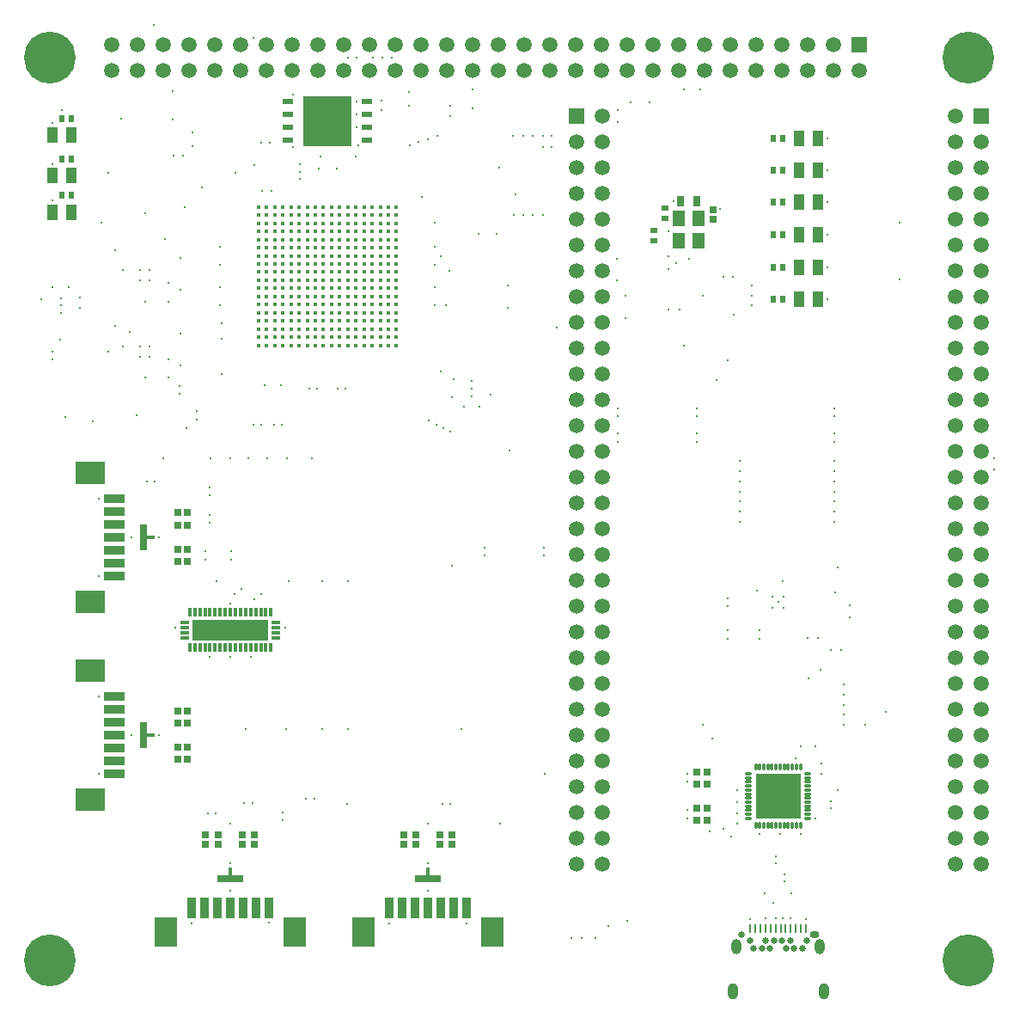
<source format=gts>
G04 Layer_Color=8388736*
%FSLAX25Y25*%
%MOIN*%
G70*
G01*
G75*
%ADD13R,0.07874X0.03543*%
%ADD14R,0.03543X0.07874*%
%ADD15R,0.01142X0.03543*%
%ADD24R,0.02165X0.01575*%
%ADD25R,0.02165X0.01181*%
%ADD27R,0.01575X0.02165*%
%ADD28R,0.01181X0.02165*%
%ADD29R,0.29724X0.08071*%
%ADD44R,0.05905X0.05905*%
%ADD45C,0.05905*%
%ADD46R,0.05905X0.05905*%
%ADD47R,0.11811X0.08661*%
%ADD48R,0.08661X0.11811*%
%ADD49O,0.03937X0.06299*%
%ADD50O,0.03740X0.02559*%
%ADD51C,0.02559*%
%ADD52O,0.03937X0.05905*%
%ADD101R,0.02953X0.09842*%
%ADD102R,0.03386X0.01772*%
%ADD103R,0.09842X0.02953*%
%ADD104R,0.01772X0.03386*%
%ADD105R,0.02913X0.02756*%
%ADD106R,0.02756X0.02913*%
%ADD107R,0.04331X0.05905*%
%ADD108R,0.02677X0.04095*%
%ADD109R,0.02559X0.02362*%
%ADD110R,0.02362X0.02559*%
%ADD111R,0.05118X0.05905*%
%ADD112R,0.03937X0.01968*%
%ADD113R,0.18701X0.19291*%
%ADD114C,0.01614*%
%ADD115O,0.03661X0.01496*%
%ADD116O,0.01496X0.03661*%
G04:AMPARAMS|DCode=117|XSize=11.02mil|YSize=28.74mil|CornerRadius=3.54mil|HoleSize=0mil|Usage=FLASHONLY|Rotation=90.000|XOffset=0mil|YOffset=0mil|HoleType=Round|Shape=RoundedRectangle|*
%AMROUNDEDRECTD117*
21,1,0.01102,0.02165,0,0,90.0*
21,1,0.00394,0.02874,0,0,90.0*
1,1,0.00709,0.01083,0.00197*
1,1,0.00709,0.01083,-0.00197*
1,1,0.00709,-0.01083,-0.00197*
1,1,0.00709,-0.01083,0.00197*
%
%ADD117ROUNDEDRECTD117*%
G04:AMPARAMS|DCode=118|XSize=11.02mil|YSize=28.74mil|CornerRadius=3.54mil|HoleSize=0mil|Usage=FLASHONLY|Rotation=0.000|XOffset=0mil|YOffset=0mil|HoleType=Round|Shape=RoundedRectangle|*
%AMROUNDEDRECTD118*
21,1,0.01102,0.02165,0,0,0.0*
21,1,0.00394,0.02874,0,0,0.0*
1,1,0.00709,0.00197,-0.01083*
1,1,0.00709,-0.00197,-0.01083*
1,1,0.00709,-0.00197,0.01083*
1,1,0.00709,0.00197,0.01083*
%
%ADD118ROUNDEDRECTD118*%
G04:AMPARAMS|DCode=119|XSize=174.8mil|YSize=174.8mil|CornerRadius=4.45mil|HoleSize=0mil|Usage=FLASHONLY|Rotation=0.000|XOffset=0mil|YOffset=0mil|HoleType=Round|Shape=RoundedRectangle|*
%AMROUNDEDRECTD119*
21,1,0.17480,0.16590,0,0,0.0*
21,1,0.16590,0.17480,0,0,0.0*
1,1,0.00890,0.08295,-0.08295*
1,1,0.00890,-0.08295,-0.08295*
1,1,0.00890,-0.08295,0.08295*
1,1,0.00890,0.08295,0.08295*
%
%ADD119ROUNDEDRECTD119*%
%ADD120C,0.20079*%
%ADD121C,0.00787*%
%ADD122C,0.01181*%
D13*
X242350Y501224D02*
D03*
Y496224D02*
D03*
Y491224D02*
D03*
Y486224D02*
D03*
Y481224D02*
D03*
Y476224D02*
D03*
Y471224D02*
D03*
Y424453D02*
D03*
Y419453D02*
D03*
Y414453D02*
D03*
Y409453D02*
D03*
Y404453D02*
D03*
Y399453D02*
D03*
Y394453D02*
D03*
D14*
X272398Y342350D02*
D03*
X277398D02*
D03*
X282398D02*
D03*
X287398D02*
D03*
X292398D02*
D03*
X297398D02*
D03*
X302398D02*
D03*
X349169D02*
D03*
X354169D02*
D03*
X359169D02*
D03*
X364169D02*
D03*
X369169D02*
D03*
X374169D02*
D03*
X379169D02*
D03*
D15*
X489173Y334488D02*
D03*
X491142D02*
D03*
X493110D02*
D03*
X495079D02*
D03*
X497047D02*
D03*
X499016D02*
D03*
X500984D02*
D03*
X502953D02*
D03*
X504921D02*
D03*
X506890D02*
D03*
X508858D02*
D03*
X510827D02*
D03*
D24*
X256634Y486221D02*
D03*
X253602D02*
D03*
X256634Y409449D02*
D03*
X253602D02*
D03*
D25*
Y482283D02*
D03*
Y484252D02*
D03*
Y488189D02*
D03*
Y490158D02*
D03*
Y405512D02*
D03*
Y407480D02*
D03*
Y411417D02*
D03*
Y413386D02*
D03*
D27*
X287402Y356634D02*
D03*
Y353602D02*
D03*
X364173Y356634D02*
D03*
Y353602D02*
D03*
D28*
X291339D02*
D03*
X289370D02*
D03*
X285433D02*
D03*
X283465D02*
D03*
X368110D02*
D03*
X366142D02*
D03*
X362205D02*
D03*
X360236D02*
D03*
D29*
X287500Y450197D02*
D03*
D44*
X421654Y649606D02*
D03*
X578740D02*
D03*
D45*
X421654Y639606D02*
D03*
Y629606D02*
D03*
Y619606D02*
D03*
Y609606D02*
D03*
Y599606D02*
D03*
Y589606D02*
D03*
Y579606D02*
D03*
Y569606D02*
D03*
Y559606D02*
D03*
Y549606D02*
D03*
Y539606D02*
D03*
Y529606D02*
D03*
Y519606D02*
D03*
Y509606D02*
D03*
Y499606D02*
D03*
Y489606D02*
D03*
Y479606D02*
D03*
Y469606D02*
D03*
Y459606D02*
D03*
Y449606D02*
D03*
Y439606D02*
D03*
Y429606D02*
D03*
Y419606D02*
D03*
Y409606D02*
D03*
Y399606D02*
D03*
Y389606D02*
D03*
Y379606D02*
D03*
Y369606D02*
D03*
Y359606D02*
D03*
X431653Y649606D02*
D03*
Y639606D02*
D03*
Y629606D02*
D03*
Y619606D02*
D03*
Y609606D02*
D03*
Y599606D02*
D03*
Y589606D02*
D03*
Y579606D02*
D03*
Y569606D02*
D03*
Y559606D02*
D03*
Y549606D02*
D03*
Y539606D02*
D03*
Y529606D02*
D03*
Y519606D02*
D03*
Y509606D02*
D03*
Y499606D02*
D03*
Y489606D02*
D03*
Y479606D02*
D03*
Y469606D02*
D03*
Y459606D02*
D03*
Y449606D02*
D03*
Y439606D02*
D03*
Y429606D02*
D03*
Y419606D02*
D03*
Y409606D02*
D03*
Y399606D02*
D03*
Y389606D02*
D03*
Y379606D02*
D03*
Y369606D02*
D03*
Y359606D02*
D03*
X521496Y677165D02*
D03*
X511496D02*
D03*
X501496D02*
D03*
X491496D02*
D03*
X481496D02*
D03*
X471496D02*
D03*
X461496D02*
D03*
X451496D02*
D03*
X441496D02*
D03*
X431496D02*
D03*
X421496D02*
D03*
X411496D02*
D03*
X401496D02*
D03*
X391496D02*
D03*
X381496D02*
D03*
X371496D02*
D03*
X361496D02*
D03*
X351496D02*
D03*
X341496D02*
D03*
X331496D02*
D03*
X321496D02*
D03*
X311496D02*
D03*
X301496D02*
D03*
X291496D02*
D03*
X281496D02*
D03*
X271496D02*
D03*
X261496D02*
D03*
X251496D02*
D03*
X241496D02*
D03*
X531496Y667165D02*
D03*
X521496D02*
D03*
X511496D02*
D03*
X501496D02*
D03*
X491496D02*
D03*
X481496D02*
D03*
X471496D02*
D03*
X461496D02*
D03*
X451496D02*
D03*
X441496D02*
D03*
X431496D02*
D03*
X421496D02*
D03*
X411496D02*
D03*
X401496D02*
D03*
X391496D02*
D03*
X381496D02*
D03*
X371496D02*
D03*
X361496D02*
D03*
X351496D02*
D03*
X341496D02*
D03*
X331496D02*
D03*
X321496D02*
D03*
X311496D02*
D03*
X301496D02*
D03*
X291496D02*
D03*
X281496D02*
D03*
X271496D02*
D03*
X261496D02*
D03*
X251496D02*
D03*
X241496D02*
D03*
X578740Y639606D02*
D03*
Y629606D02*
D03*
Y619606D02*
D03*
Y609606D02*
D03*
Y599606D02*
D03*
Y589606D02*
D03*
Y579606D02*
D03*
Y569606D02*
D03*
Y559606D02*
D03*
Y549606D02*
D03*
Y539606D02*
D03*
Y529606D02*
D03*
Y519606D02*
D03*
Y509606D02*
D03*
Y499606D02*
D03*
Y489606D02*
D03*
Y479606D02*
D03*
Y469606D02*
D03*
Y459606D02*
D03*
Y449606D02*
D03*
Y439606D02*
D03*
Y429606D02*
D03*
Y419606D02*
D03*
Y409606D02*
D03*
Y399606D02*
D03*
Y389606D02*
D03*
Y379606D02*
D03*
Y369606D02*
D03*
Y359606D02*
D03*
X568740Y649606D02*
D03*
Y639606D02*
D03*
Y629606D02*
D03*
Y619606D02*
D03*
Y609606D02*
D03*
Y599606D02*
D03*
Y589606D02*
D03*
Y579606D02*
D03*
Y569606D02*
D03*
Y559606D02*
D03*
Y549606D02*
D03*
Y539606D02*
D03*
Y529606D02*
D03*
Y519606D02*
D03*
Y509606D02*
D03*
Y499606D02*
D03*
Y489606D02*
D03*
Y479606D02*
D03*
Y469606D02*
D03*
Y459606D02*
D03*
Y449606D02*
D03*
Y439606D02*
D03*
Y429606D02*
D03*
Y419606D02*
D03*
Y409606D02*
D03*
Y399606D02*
D03*
Y389606D02*
D03*
Y379606D02*
D03*
Y369606D02*
D03*
Y359606D02*
D03*
D46*
X531496Y677165D02*
D03*
D47*
X233059Y511303D02*
D03*
Y461146D02*
D03*
Y434531D02*
D03*
Y384374D02*
D03*
D48*
X262319Y333059D02*
D03*
X312476D02*
D03*
X339090D02*
D03*
X389248D02*
D03*
D49*
X517677Y310079D02*
D03*
X482323D02*
D03*
D50*
X514173Y332283D02*
D03*
D51*
X488976Y329724D02*
D03*
X495276D02*
D03*
X498425D02*
D03*
X501575D02*
D03*
X504724D02*
D03*
X511024D02*
D03*
X490551Y326969D02*
D03*
X493701D02*
D03*
X496850D02*
D03*
X503150D02*
D03*
X506299D02*
D03*
X509449D02*
D03*
X485827Y332283D02*
D03*
D52*
X483740Y327362D02*
D03*
X516260D02*
D03*
D101*
X253642Y486221D02*
D03*
Y409449D02*
D03*
D102*
X256378Y486221D02*
D03*
Y409449D02*
D03*
D103*
X287402Y353642D02*
D03*
X364173D02*
D03*
D104*
X287402Y356378D02*
D03*
X364173D02*
D03*
D105*
X474803Y613307D02*
D03*
Y609528D02*
D03*
X296850Y367008D02*
D03*
Y370787D02*
D03*
X292126Y367008D02*
D03*
Y370787D02*
D03*
X282677Y367008D02*
D03*
Y370787D02*
D03*
X277953Y367008D02*
D03*
Y370787D02*
D03*
X373622Y367008D02*
D03*
Y370787D02*
D03*
X368898Y367008D02*
D03*
Y370787D02*
D03*
X359449Y367008D02*
D03*
Y370787D02*
D03*
X354724Y367008D02*
D03*
Y370787D02*
D03*
D106*
X267008Y476772D02*
D03*
X270787D02*
D03*
X267008Y481496D02*
D03*
X270787D02*
D03*
X267008Y490945D02*
D03*
X270787D02*
D03*
X267008Y495669D02*
D03*
X270787D02*
D03*
X267008Y400000D02*
D03*
X270787D02*
D03*
X267008Y404724D02*
D03*
X270787D02*
D03*
X267008Y414173D02*
D03*
X270787D02*
D03*
X267008Y418898D02*
D03*
X270787D02*
D03*
X468583Y395276D02*
D03*
X472362D02*
D03*
X468583Y390551D02*
D03*
X472362D02*
D03*
X468583Y376378D02*
D03*
X472362D02*
D03*
X468583Y381102D02*
D03*
X472362D02*
D03*
D107*
X225689Y642126D02*
D03*
X218406D02*
D03*
X225689Y612205D02*
D03*
X218406D02*
D03*
X225689Y626378D02*
D03*
X218406D02*
D03*
X508169Y590945D02*
D03*
X515453D02*
D03*
X508169Y628346D02*
D03*
X515453D02*
D03*
X508169Y603543D02*
D03*
X515453D02*
D03*
X508169Y640945D02*
D03*
X515453D02*
D03*
X508169Y578346D02*
D03*
X515453D02*
D03*
X508169Y616142D02*
D03*
X515453D02*
D03*
D108*
X462244Y616535D02*
D03*
X468465D02*
D03*
D109*
X456299Y609941D02*
D03*
Y613681D02*
D03*
X451968Y601279D02*
D03*
Y605020D02*
D03*
D110*
X222146Y648425D02*
D03*
X225886D02*
D03*
X222146Y618898D02*
D03*
X225886D02*
D03*
X222146Y632677D02*
D03*
X225886D02*
D03*
X498130Y590945D02*
D03*
X501870D02*
D03*
X498130Y628346D02*
D03*
X501870D02*
D03*
X498130Y603543D02*
D03*
X501870D02*
D03*
X498130Y640945D02*
D03*
X501870D02*
D03*
X498130Y578346D02*
D03*
X501870D02*
D03*
X498130Y616142D02*
D03*
X501870D02*
D03*
D111*
X461614Y601181D02*
D03*
Y609842D02*
D03*
X469095Y601181D02*
D03*
Y609842D02*
D03*
D112*
X309882Y655138D02*
D03*
Y650138D02*
D03*
Y645138D02*
D03*
Y640138D02*
D03*
X340512Y655138D02*
D03*
Y650138D02*
D03*
Y645138D02*
D03*
Y640138D02*
D03*
D113*
X325197Y647638D02*
D03*
D114*
X351969Y614173D02*
D03*
Y611024D02*
D03*
Y607874D02*
D03*
Y604725D02*
D03*
Y601575D02*
D03*
Y598425D02*
D03*
Y595276D02*
D03*
Y592126D02*
D03*
Y588976D02*
D03*
Y585827D02*
D03*
Y582677D02*
D03*
Y579528D02*
D03*
Y576378D02*
D03*
Y573228D02*
D03*
Y570079D02*
D03*
Y566929D02*
D03*
Y563780D02*
D03*
Y560630D02*
D03*
X348819Y614173D02*
D03*
Y611024D02*
D03*
Y607874D02*
D03*
Y604725D02*
D03*
Y601575D02*
D03*
Y598425D02*
D03*
Y595276D02*
D03*
Y592126D02*
D03*
Y588976D02*
D03*
Y585827D02*
D03*
Y582677D02*
D03*
Y579528D02*
D03*
Y576378D02*
D03*
Y573228D02*
D03*
Y570079D02*
D03*
Y566929D02*
D03*
Y563780D02*
D03*
Y560630D02*
D03*
X345669Y614173D02*
D03*
Y611024D02*
D03*
Y607874D02*
D03*
Y604725D02*
D03*
Y601575D02*
D03*
Y598425D02*
D03*
Y595276D02*
D03*
Y592126D02*
D03*
Y588976D02*
D03*
Y585827D02*
D03*
Y582677D02*
D03*
Y579528D02*
D03*
Y576378D02*
D03*
Y573228D02*
D03*
Y570079D02*
D03*
Y566929D02*
D03*
Y563780D02*
D03*
Y560630D02*
D03*
X342520Y614173D02*
D03*
Y611024D02*
D03*
Y607874D02*
D03*
Y604725D02*
D03*
Y601575D02*
D03*
Y598425D02*
D03*
Y595276D02*
D03*
Y592126D02*
D03*
Y588976D02*
D03*
Y585827D02*
D03*
Y582677D02*
D03*
Y579528D02*
D03*
Y576378D02*
D03*
Y573228D02*
D03*
Y570079D02*
D03*
Y566929D02*
D03*
Y563780D02*
D03*
Y560630D02*
D03*
X339370Y614173D02*
D03*
Y611024D02*
D03*
Y607874D02*
D03*
Y604725D02*
D03*
Y601575D02*
D03*
Y598425D02*
D03*
Y595276D02*
D03*
Y592126D02*
D03*
Y588976D02*
D03*
Y585827D02*
D03*
Y582677D02*
D03*
Y579528D02*
D03*
Y576378D02*
D03*
Y573228D02*
D03*
Y570079D02*
D03*
Y566929D02*
D03*
Y563780D02*
D03*
Y560630D02*
D03*
X336221Y614173D02*
D03*
Y611024D02*
D03*
Y607874D02*
D03*
Y604725D02*
D03*
Y601575D02*
D03*
Y598425D02*
D03*
Y595276D02*
D03*
Y592126D02*
D03*
Y588976D02*
D03*
Y585827D02*
D03*
Y582677D02*
D03*
Y579528D02*
D03*
Y576378D02*
D03*
Y573228D02*
D03*
Y570079D02*
D03*
Y566929D02*
D03*
Y563780D02*
D03*
Y560630D02*
D03*
X333071Y614173D02*
D03*
Y611024D02*
D03*
Y607874D02*
D03*
Y604725D02*
D03*
Y601575D02*
D03*
Y598425D02*
D03*
Y595276D02*
D03*
Y592126D02*
D03*
Y588976D02*
D03*
Y585827D02*
D03*
Y582677D02*
D03*
Y579528D02*
D03*
Y576378D02*
D03*
Y573228D02*
D03*
Y570079D02*
D03*
Y566929D02*
D03*
Y563780D02*
D03*
Y560630D02*
D03*
X329921Y614173D02*
D03*
Y611024D02*
D03*
Y607874D02*
D03*
Y604725D02*
D03*
Y601575D02*
D03*
Y598425D02*
D03*
Y595276D02*
D03*
Y592126D02*
D03*
Y588976D02*
D03*
Y585827D02*
D03*
Y582677D02*
D03*
Y579528D02*
D03*
Y576378D02*
D03*
Y573228D02*
D03*
Y570079D02*
D03*
Y566929D02*
D03*
Y563780D02*
D03*
Y560630D02*
D03*
X326772Y614173D02*
D03*
Y611024D02*
D03*
Y607874D02*
D03*
Y604725D02*
D03*
Y601575D02*
D03*
Y598425D02*
D03*
Y595276D02*
D03*
Y592126D02*
D03*
Y588976D02*
D03*
Y585827D02*
D03*
Y582677D02*
D03*
Y579528D02*
D03*
Y576378D02*
D03*
Y573228D02*
D03*
Y570079D02*
D03*
Y566929D02*
D03*
Y563780D02*
D03*
Y560630D02*
D03*
X323622Y614173D02*
D03*
Y611024D02*
D03*
Y607874D02*
D03*
Y604725D02*
D03*
Y601575D02*
D03*
Y598425D02*
D03*
Y595276D02*
D03*
Y592126D02*
D03*
Y588976D02*
D03*
Y585827D02*
D03*
Y582677D02*
D03*
Y579528D02*
D03*
Y576378D02*
D03*
Y573228D02*
D03*
Y570079D02*
D03*
Y566929D02*
D03*
Y563780D02*
D03*
Y560630D02*
D03*
X320472Y614173D02*
D03*
Y611024D02*
D03*
Y607874D02*
D03*
Y604725D02*
D03*
Y601575D02*
D03*
Y598425D02*
D03*
Y595276D02*
D03*
Y592126D02*
D03*
Y588976D02*
D03*
Y585827D02*
D03*
Y582677D02*
D03*
Y579528D02*
D03*
Y576378D02*
D03*
Y573228D02*
D03*
Y570079D02*
D03*
Y566929D02*
D03*
Y563780D02*
D03*
Y560630D02*
D03*
X317323Y614173D02*
D03*
Y611024D02*
D03*
Y607874D02*
D03*
Y604725D02*
D03*
Y601575D02*
D03*
Y598425D02*
D03*
Y595276D02*
D03*
Y592126D02*
D03*
Y588976D02*
D03*
Y585827D02*
D03*
Y582677D02*
D03*
Y579528D02*
D03*
Y576378D02*
D03*
Y573228D02*
D03*
Y570079D02*
D03*
Y566929D02*
D03*
Y563780D02*
D03*
Y560630D02*
D03*
X314173Y614173D02*
D03*
Y611024D02*
D03*
Y607874D02*
D03*
Y604725D02*
D03*
Y601575D02*
D03*
Y598425D02*
D03*
Y595276D02*
D03*
Y592126D02*
D03*
Y588976D02*
D03*
Y585827D02*
D03*
Y582677D02*
D03*
Y579528D02*
D03*
Y576378D02*
D03*
Y573228D02*
D03*
Y570079D02*
D03*
Y566929D02*
D03*
Y563780D02*
D03*
Y560630D02*
D03*
X311024Y614173D02*
D03*
Y611024D02*
D03*
Y607874D02*
D03*
Y604725D02*
D03*
Y601575D02*
D03*
Y598425D02*
D03*
Y595276D02*
D03*
Y592126D02*
D03*
Y588976D02*
D03*
Y585827D02*
D03*
Y582677D02*
D03*
Y579528D02*
D03*
Y576378D02*
D03*
Y573228D02*
D03*
Y570079D02*
D03*
Y566929D02*
D03*
Y563780D02*
D03*
Y560630D02*
D03*
X307874Y614173D02*
D03*
Y611024D02*
D03*
Y607874D02*
D03*
Y604725D02*
D03*
Y601575D02*
D03*
Y598425D02*
D03*
Y595276D02*
D03*
Y592126D02*
D03*
Y588976D02*
D03*
Y585827D02*
D03*
Y582677D02*
D03*
Y579528D02*
D03*
Y576378D02*
D03*
Y573228D02*
D03*
Y570079D02*
D03*
Y566929D02*
D03*
Y563780D02*
D03*
Y560630D02*
D03*
X304724Y614173D02*
D03*
Y611024D02*
D03*
Y607874D02*
D03*
Y604725D02*
D03*
Y601575D02*
D03*
Y598425D02*
D03*
Y595276D02*
D03*
Y592126D02*
D03*
Y588976D02*
D03*
Y585827D02*
D03*
Y582677D02*
D03*
Y579528D02*
D03*
Y576378D02*
D03*
Y573228D02*
D03*
Y570079D02*
D03*
Y566929D02*
D03*
Y563780D02*
D03*
Y560630D02*
D03*
X301575Y614173D02*
D03*
Y611024D02*
D03*
Y607874D02*
D03*
Y604725D02*
D03*
Y601575D02*
D03*
Y598425D02*
D03*
Y595276D02*
D03*
Y592126D02*
D03*
Y588976D02*
D03*
Y585827D02*
D03*
Y582677D02*
D03*
Y579528D02*
D03*
Y576378D02*
D03*
Y573228D02*
D03*
Y570079D02*
D03*
Y566929D02*
D03*
Y563780D02*
D03*
Y560630D02*
D03*
X298425Y614173D02*
D03*
Y611024D02*
D03*
Y607874D02*
D03*
Y604725D02*
D03*
Y601575D02*
D03*
Y598425D02*
D03*
Y595276D02*
D03*
Y592126D02*
D03*
Y588976D02*
D03*
Y585827D02*
D03*
Y582677D02*
D03*
Y579528D02*
D03*
Y576378D02*
D03*
Y573228D02*
D03*
Y570079D02*
D03*
Y566929D02*
D03*
Y563780D02*
D03*
Y560630D02*
D03*
D115*
X305118Y453150D02*
D03*
Y451182D02*
D03*
Y449213D02*
D03*
Y447245D02*
D03*
X269882D02*
D03*
Y449213D02*
D03*
Y451182D02*
D03*
Y453150D02*
D03*
D116*
X303248Y443406D02*
D03*
X301280D02*
D03*
X299311D02*
D03*
X297343D02*
D03*
X295374D02*
D03*
X293406D02*
D03*
X291437D02*
D03*
X289469D02*
D03*
X287500D02*
D03*
X285532D02*
D03*
X283563D02*
D03*
X281595D02*
D03*
X279626D02*
D03*
X277658D02*
D03*
X275689D02*
D03*
X273721D02*
D03*
X271752D02*
D03*
Y456989D02*
D03*
X273721D02*
D03*
X275689D02*
D03*
X277658D02*
D03*
X279626D02*
D03*
X281595D02*
D03*
X283563D02*
D03*
X285532D02*
D03*
X287500D02*
D03*
X289469D02*
D03*
X291437D02*
D03*
X293406D02*
D03*
X295374D02*
D03*
X297343D02*
D03*
X299311D02*
D03*
X301280D02*
D03*
X303248D02*
D03*
D117*
X488583Y394488D02*
D03*
Y392913D02*
D03*
Y391339D02*
D03*
Y389764D02*
D03*
Y388189D02*
D03*
Y386614D02*
D03*
Y385039D02*
D03*
Y383465D02*
D03*
Y381890D02*
D03*
Y380315D02*
D03*
Y378740D02*
D03*
Y377165D02*
D03*
X511417D02*
D03*
Y378740D02*
D03*
Y380315D02*
D03*
Y381890D02*
D03*
Y383465D02*
D03*
Y385039D02*
D03*
Y386614D02*
D03*
Y388189D02*
D03*
Y389764D02*
D03*
Y391339D02*
D03*
Y392913D02*
D03*
Y394488D02*
D03*
D118*
X491339Y374409D02*
D03*
X492913D02*
D03*
X494488D02*
D03*
X496063D02*
D03*
X497638D02*
D03*
X499213D02*
D03*
X500787D02*
D03*
X502362D02*
D03*
X503937D02*
D03*
X505512D02*
D03*
X507087D02*
D03*
X508661D02*
D03*
Y397244D02*
D03*
X507087D02*
D03*
X505512D02*
D03*
X503937D02*
D03*
X502362D02*
D03*
X500787D02*
D03*
X499213D02*
D03*
X497638D02*
D03*
X496063D02*
D03*
X494488D02*
D03*
X492913D02*
D03*
X491339D02*
D03*
D119*
X500000Y385827D02*
D03*
D120*
X217598Y322047D02*
D03*
X573898D02*
D03*
Y672165D02*
D03*
X217598D02*
D03*
D121*
X480315Y554724D02*
D03*
X409055Y479134D02*
D03*
X386221D02*
D03*
X267717Y544882D02*
D03*
X279528Y502362D02*
D03*
X255118Y507874D02*
D03*
X409055Y482283D02*
D03*
X267717Y541732D02*
D03*
X258268Y507874D02*
D03*
X386221Y482283D02*
D03*
X279528Y505512D02*
D03*
X547244Y586221D02*
D03*
X521654Y523228D02*
D03*
Y526378D02*
D03*
Y533071D02*
D03*
Y536221D02*
D03*
X468504Y523228D02*
D03*
Y526378D02*
D03*
Y533071D02*
D03*
Y536221D02*
D03*
X437795Y523228D02*
D03*
Y526378D02*
D03*
Y533071D02*
D03*
Y536221D02*
D03*
X412205Y637402D02*
D03*
X245669Y589764D02*
D03*
X288976Y464173D02*
D03*
X291732Y466142D02*
D03*
X296850Y462205D02*
D03*
X299606Y464173D02*
D03*
X523228Y388189D02*
D03*
X504921Y338386D02*
D03*
X501968Y338583D02*
D03*
X499213D02*
D03*
X296063Y383071D02*
D03*
X307874Y379528D02*
D03*
X292913Y383071D02*
D03*
X307874Y376378D02*
D03*
X296457Y679921D02*
D03*
X391929Y629331D02*
D03*
X484252Y383465D02*
D03*
Y379134D02*
D03*
Y375197D02*
D03*
X516929Y398425D02*
D03*
Y394488D02*
D03*
X268110Y552756D02*
D03*
Y582283D02*
D03*
X263386Y577559D02*
D03*
X254331Y577559D02*
D03*
X263386Y584646D02*
D03*
Y548032D02*
D03*
Y555118D02*
D03*
X268189Y565276D02*
D03*
X268238Y594360D02*
D03*
X242913Y597638D02*
D03*
Y568110D02*
D03*
X245669Y560236D02*
D03*
X287402Y439764D02*
D03*
X308661Y451181D02*
D03*
X295374Y439764D02*
D03*
X279626D02*
D03*
X266142Y451181D02*
D03*
X287500Y460630D02*
D03*
X511417Y447244D02*
D03*
X515354D02*
D03*
X520472Y442520D02*
D03*
X524409D02*
D03*
X492913Y446850D02*
D03*
Y450000D02*
D03*
X480315Y446850D02*
D03*
Y450000D02*
D03*
Y459449D02*
D03*
Y462598D02*
D03*
X522047Y464961D02*
D03*
X284252Y562992D02*
D03*
Y569291D02*
D03*
X523228Y474409D02*
D03*
X501968Y469291D02*
D03*
X388386Y541339D02*
D03*
X214173Y578346D02*
D03*
X218602Y583268D02*
D03*
X384154Y536713D02*
D03*
X378051Y536713D02*
D03*
X373425Y540551D02*
D03*
X229085Y575148D02*
D03*
X229134Y579134D02*
D03*
X221457Y562697D02*
D03*
X369291Y550345D02*
D03*
X349213Y336614D02*
D03*
X379134D02*
D03*
X364173Y349213D02*
D03*
X302398Y336650D02*
D03*
X272441Y336614D02*
D03*
X287402Y349213D02*
D03*
X249213Y409449D02*
D03*
Y486221D02*
D03*
X236614Y501181D02*
D03*
Y471260D02*
D03*
Y394488D02*
D03*
Y424409D02*
D03*
X336614Y655118D02*
D03*
X299606Y529921D02*
D03*
X296457D02*
D03*
X316929Y384646D02*
D03*
X304331Y529921D02*
D03*
X320079Y384646D02*
D03*
X307480Y529921D02*
D03*
X372835Y382677D02*
D03*
X369685D02*
D03*
X278740Y379134D02*
D03*
X274410Y535039D02*
D03*
X281890Y379134D02*
D03*
X274410Y531890D02*
D03*
X279528Y491732D02*
D03*
Y494882D02*
D03*
X287402Y359843D02*
D03*
X259843Y409449D02*
D03*
X364173Y359843D02*
D03*
X259843Y486220D02*
D03*
X499213Y359843D02*
D03*
Y362598D02*
D03*
X502362Y352756D02*
D03*
Y355512D02*
D03*
X464961Y391339D02*
D03*
Y394488D02*
D03*
Y377165D02*
D03*
Y380315D02*
D03*
X307087Y545276D02*
D03*
X300787D02*
D03*
X337008Y638189D02*
D03*
X311811Y637402D02*
D03*
X500787Y371260D02*
D03*
X508661D02*
D03*
X218504Y630709D02*
D03*
Y616929D02*
D03*
X519291Y640945D02*
D03*
Y628346D02*
D03*
Y616142D02*
D03*
Y603543D02*
D03*
Y590945D02*
D03*
Y578346D02*
D03*
X218406Y646752D02*
D03*
X222047Y651968D02*
D03*
X491732Y465354D02*
D03*
X269291Y634252D02*
D03*
X265354D02*
D03*
X283465Y598819D02*
D03*
Y591732D02*
D03*
Y583071D02*
D03*
Y575984D02*
D03*
X318110Y543701D02*
D03*
X332283D02*
D03*
X366929Y575984D02*
D03*
Y583071D02*
D03*
Y598819D02*
D03*
X321654Y629134D02*
D03*
X328740D02*
D03*
X489764Y579921D02*
D03*
Y583858D02*
D03*
X482598Y587008D02*
D03*
X482677Y572441D02*
D03*
X366929Y608268D02*
D03*
X477559Y613386D02*
D03*
X492913Y371260D02*
D03*
X514567Y377165D02*
D03*
X272835Y637894D02*
D03*
X272736Y643209D02*
D03*
X506693Y400394D02*
D03*
X525591Y421260D02*
D03*
Y425197D02*
D03*
Y417323D02*
D03*
Y413386D02*
D03*
X478740Y373228D02*
D03*
X481890Y370079D02*
D03*
X474409Y408268D02*
D03*
X470866Y413386D02*
D03*
X514567Y405118D02*
D03*
X495079Y338583D02*
D03*
X489173Y337992D02*
D03*
X510827D02*
D03*
X527953Y459842D02*
D03*
Y455118D02*
D03*
X508661Y405118D02*
D03*
X511811Y431496D02*
D03*
X516535Y434646D02*
D03*
X541732Y418504D02*
D03*
X533858Y413386D02*
D03*
X473622Y372047D02*
D03*
X525591Y429134D02*
D03*
X254331Y611811D02*
D03*
X240158Y627559D02*
D03*
X270472Y528346D02*
D03*
X401181Y611024D02*
D03*
Y641732D02*
D03*
X404839Y611024D02*
D03*
X408661Y641732D02*
D03*
X404839D02*
D03*
X408661Y611024D02*
D03*
X366929Y591732D02*
D03*
X372441Y589370D02*
D03*
X369291Y595237D02*
D03*
X397244Y641732D02*
D03*
X437795Y647244D02*
D03*
Y651968D02*
D03*
X265157Y648228D02*
D03*
Y659252D02*
D03*
X450000Y654818D02*
D03*
X442913D02*
D03*
X237402Y608268D02*
D03*
X459449Y616535D02*
D03*
X489764Y575984D02*
D03*
X470866Y579921D02*
D03*
X440945D02*
D03*
X478819Y587087D02*
D03*
X465354Y594095D02*
D03*
X440945Y571260D02*
D03*
X437402Y594095D02*
D03*
Y585827D02*
D03*
X224705Y583169D02*
D03*
X457480Y604724D02*
D03*
X457480Y590158D02*
D03*
X460630Y592520D02*
D03*
X248524Y565650D02*
D03*
X240256Y558268D02*
D03*
X218504Y558268D02*
D03*
Y555118D02*
D03*
X457480Y595276D02*
D03*
X461811Y574409D02*
D03*
X457480D02*
D03*
X223622Y532677D02*
D03*
X429134Y330709D02*
D03*
X423902D02*
D03*
X254331Y548032D02*
D03*
X419685Y330709D02*
D03*
X262205Y601968D02*
D03*
X234252Y531102D02*
D03*
X434252Y335433D02*
D03*
X296850Y630315D02*
D03*
X336476Y645138D02*
D03*
X336437Y650000D02*
D03*
X397638Y611024D02*
D03*
X412205Y641732D02*
D03*
X408661Y637402D02*
D03*
X257874Y684646D02*
D03*
X277953Y480709D02*
D03*
X287795Y480709D02*
D03*
X277953Y477559D02*
D03*
X287795D02*
D03*
X414173Y567323D02*
D03*
X463386Y560630D02*
D03*
X251181Y533465D02*
D03*
X441339Y337402D02*
D03*
X475984Y547244D02*
D03*
X372835Y653543D02*
D03*
Y649606D02*
D03*
X383858Y603937D02*
D03*
X390945D02*
D03*
X395276Y575197D02*
D03*
Y583858D02*
D03*
X381496Y652362D02*
D03*
Y659842D02*
D03*
X547244Y608268D02*
D03*
X299886Y620472D02*
D03*
X303543Y620472D02*
D03*
X311811Y657874D02*
D03*
X302870Y639090D02*
D03*
X299606Y638976D02*
D03*
X367717Y641732D02*
D03*
X364173Y640551D02*
D03*
X361811Y618110D02*
D03*
X484252Y388189D02*
D03*
X360630Y639370D02*
D03*
X357087Y638189D02*
D03*
X329134Y543701D02*
D03*
X321260D02*
D03*
X374193Y547638D02*
D03*
X289370Y627559D02*
D03*
X245276Y648425D02*
D03*
X346063Y651968D02*
D03*
Y655512D02*
D03*
X336614Y672047D02*
D03*
X346457D02*
D03*
X350000D02*
D03*
X342913D02*
D03*
X356693Y653543D02*
D03*
Y658661D02*
D03*
X333071Y672047D02*
D03*
X370079Y528346D02*
D03*
X372835Y527165D02*
D03*
X485039Y515748D02*
D03*
Y511811D02*
D03*
Y507874D02*
D03*
Y503937D02*
D03*
Y492126D02*
D03*
Y496063D02*
D03*
Y500000D02*
D03*
X521654Y515748D02*
D03*
Y511811D02*
D03*
X521654Y507874D02*
D03*
Y503937D02*
D03*
Y500000D02*
D03*
X521654Y496063D02*
D03*
Y492126D02*
D03*
X583858Y516929D02*
D03*
Y512598D02*
D03*
X398228Y619095D02*
D03*
X498032Y344488D02*
D03*
X381102Y543701D02*
D03*
Y546654D02*
D03*
Y540748D02*
D03*
X221654Y575984D02*
D03*
Y573032D02*
D03*
Y578937D02*
D03*
X256299Y589764D02*
D03*
X252362D02*
D03*
X256299Y585827D02*
D03*
X252362D02*
D03*
X256299Y560236D02*
D03*
X252362D02*
D03*
X256299Y556299D02*
D03*
X252362D02*
D03*
X493504Y392323D02*
D03*
X497835D02*
D03*
X502165D02*
D03*
X506496D02*
D03*
X493504Y387992D02*
D03*
X497835D02*
D03*
X502165D02*
D03*
X506496D02*
D03*
X493504Y383661D02*
D03*
X497835D02*
D03*
X502165D02*
D03*
X506496D02*
D03*
X493504Y379331D02*
D03*
X497835D02*
D03*
X502165D02*
D03*
X506496D02*
D03*
X497736Y458760D02*
D03*
Y463287D02*
D03*
X502264D02*
D03*
Y458760D02*
D03*
X500000Y461024D02*
D03*
X520471Y381102D02*
D03*
X520472Y383858D02*
D03*
X364567Y531496D02*
D03*
X367323Y529921D02*
D03*
X314566Y625196D02*
D03*
Y630707D02*
D03*
X314567Y627953D02*
D03*
D122*
X409449Y394488D02*
D03*
X395669Y519685D02*
D03*
X371260Y575984D02*
D03*
X322441Y633858D02*
D03*
X336221D02*
D03*
X469685Y659842D02*
D03*
X463386D02*
D03*
X284252Y549606D02*
D03*
X287402Y516929D02*
D03*
X294488D02*
D03*
X301969D02*
D03*
X309449D02*
D03*
X319291D02*
D03*
X279921D02*
D03*
X282283Y469291D02*
D03*
X310236D02*
D03*
X323228D02*
D03*
X333071D02*
D03*
X293307Y411811D02*
D03*
X309055D02*
D03*
X323228D02*
D03*
X333071D02*
D03*
X505224Y348031D02*
D03*
X494776D02*
D03*
X364173Y375197D02*
D03*
X287402D02*
D03*
X332677Y382677D02*
D03*
X373622Y475197D02*
D03*
X377165Y411811D02*
D03*
X392126Y375197D02*
D03*
X261417Y516929D02*
D03*
X269685Y614173D02*
D03*
X276378Y621654D02*
D03*
M02*

</source>
